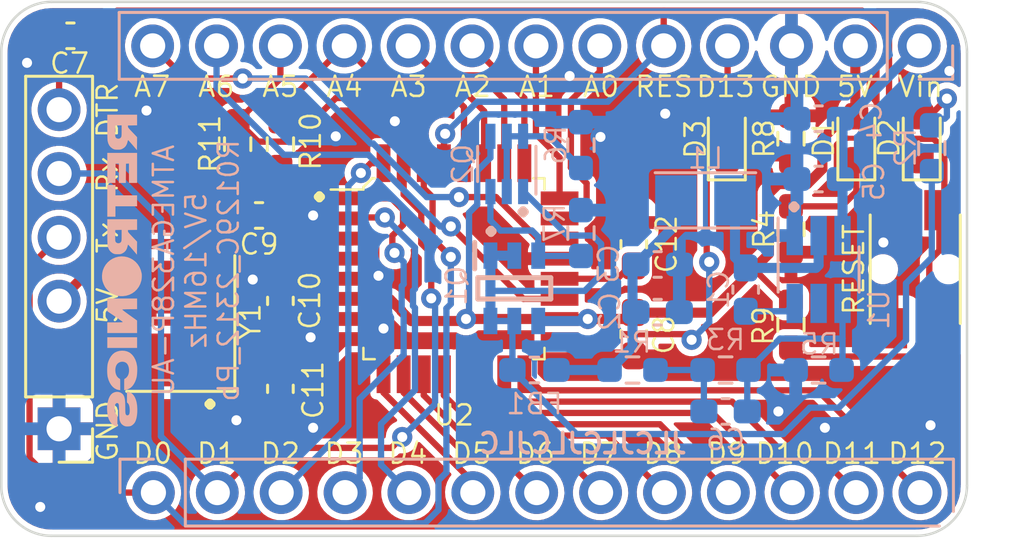
<source format=kicad_pcb>
(kicad_pcb (version 20211014) (generator pcbnew)
  (layers (0 "F.Cu" signal) (31 "B.Cu" signal) (34 "B.Paste" user) (35 "F.Paste" user) (36 "B.SilkS" user "B.Silkscreen") (37 "F.SilkS" user "F.Silkscreen") (38 "B.Mask" user) (39 "F.Mask" user) (44 "Edge.Cuts" user))
  (net 0 "")
  (net 1 "GND")
  (net 2 "Net-(C1-Pad1)")
  (net 3 "Net-(C1-Pad2)")
  (net 4 "VCC")
  (net 5 "Net-(C6-Pad1)")
  (net 6 "Net-(C7-Pad1)")
  (net 7 "RESET")
  (net 8 "Net-(C2-Pad2)")
  (net 9 "VDC")
  (net 10 "D0")
  (net 11 "D1")
  (net 12 "A0")
  (net 13 "A1")
  (net 14 "A2")
  (net 15 "A3")
  (net 16 "A4")
  (net 17 "A5")
  (net 18 "A6")
  (net 19 "A7")
  (net 20 "D2")
  (net 21 "D3")
  (net 22 "D4")
  (net 23 "D5")
  (net 24 "D6")
  (net 25 "D7")
  (net 26 "D8")
  (net 27 "D9")
  (net 28 "D10")
  (net 29 "D11")
  (net 30 "D12")
  (net 31 "D13")
  (net 32 "Net-(C6-Pad2)")
  (net 33 "Net-(C10-Pad1)")
  (net 34 "Net-(C11-Pad1)")
  (net 35 "Net-(C12-Pad2)")
  (net 36 "Net-(Q1-Pad3)")
  (net 37 "Net-(Q2-Pad2)")
  (net 39 "Net-(FB1-Pad2)")
  (net 40 "Net-(D3-Pad1)")
  (net 41 "Net-(D1-Pad1)")
  (net 42 "Net-(D2-Pad2)")
  (footprint "Resistor_SMD:R_0603_1608Metric_Pad0.98x0.95mm_HandSolder" (layer "F.Cu") (at 188.9 84.1 -90)
    (fp_text reference "R9")
    (fp_text value "10kΩ")
  )
  (footprint "Resistor_SMD:R_0603_1608Metric_Pad0.98x0.95mm_HandSolder" (layer "F.Cu") (at 188.9 76.6975 -90)
    (fp_text reference "R8")
    (fp_text value "560Ω")
  )
  (footprint "LED_SMD:LED_0603_1608Metric_Pad1.05x0.95mm_HandSolder" (layer "F.Cu") (at 191.5 76.675 90)
    (fp_text reference "D1")
    (fp_text value "\"Vcc\"")
  )
  (footprint "Capacitor_SMD:C_0603_1608Metric_Pad1.08x0.95mm_HandSolder" (layer "F.Cu") (at 168.6 83.15 90)
    (fp_text reference "C10")
    (fp_text value "22pF")
  )
  (footprint "Crystal:Crystal_SMD_SeikoEpson_TSX3225-4Pin_3.2x2.5mm_HandSoldering" (layer "F.Cu") (at 164.6375 84.05 90)
    (fp_text reference "Y1")
    (fp_text value "16MHz 16pF")
  )
  (footprint "Capacitor_SMD:C_0603_1608Metric_Pad1.08x0.95mm_HandSolder" (layer "F.Cu") (at 182.65 80.895 -90)
    (fp_text reference "C12")
    (fp_text value "100nF")
  )
  (footprint "Resistor_SMD:R_0603_1608Metric_Pad0.98x0.95mm_HandSolder" (layer "F.Cu") (at 166.9 76.9125 90)
    (fp_text reference "R11")
    (fp_text value "10kΩ")
  )
  (footprint "Capacitor_SMD:C_0603_1608Metric_Pad1.08x0.95mm_HandSolder" (layer "F.Cu") (at 160.25 72.6)
    (fp_text reference "C7")
    (fp_text value "10nF")
  )
  (footprint "myDevices:Tactile_sw_SMD_side_01" (layer "F.Cu") (at 194.0825 81.89 90)
    (fp_text reference "SW1" hide)
    (fp_text value "RESET")
  )
  (footprint "Capacitor_SMD:C_0603_1608Metric_Pad1.08x0.95mm_HandSolder" (layer "F.Cu") (at 168.6 86.65 -90)
    (fp_text reference "C11")
    (fp_text value "22pF")
  )
  (footprint "LED_SMD:LED_0603_1608Metric_Pad1.05x0.95mm_HandSolder" (layer "F.Cu") (at 194.1 76.675 90)
    (fp_text reference "D2")
    (fp_text value "\"Vin\"")
  )
  (footprint "Capacitor_SMD:C_0603_1608Metric_Pad1.08x0.95mm_HandSolder" (layer "F.Cu") (at 182.65 84.475 90)
    (fp_text reference "C8")
    (fp_text value "100nF")
  )
  (footprint "Connector_PinHeader_2.54mm:PinHeader_1x06_P2.54mm_Vertical" (layer "F.Cu") (at 159.8 88.24 180)
    (fp_text reference "J3" hide)
    (fp_text value "FTDI")
  )
  (footprint "Capacitor_SMD:C_0603_1608Metric_Pad1.08x0.95mm_HandSolder" (layer "F.Cu") (at 167.75 79.75)
    (fp_text reference "C9")
    (fp_text value "100nF")
  )
  (footprint "digikey-footprints:TQFP-32_7x7mm" (layer "F.Cu") (at 175.5 81.87)
    (fp_text reference "U2")
    (fp_text value "ATMEGA328P-AU")
  )
  (footprint "Resistor_SMD:R_0603_1608Metric_Pad0.98x0.95mm_HandSolder" (layer "F.Cu") (at 168.6 76.9125 -90)
    (fp_text reference "R10")
    (fp_text value "10kΩ")
  )
  (footprint "Resistor_SMD:R_0603_1608Metric_Pad0.98x0.95mm_HandSolder" (layer "F.Cu") (at 188.9 80.3 -90)
    (fp_text reference "R4")
    (fp_text value "560Ω")
  )
  (footprint "LED_SMD:LED_0603_1608Metric_Pad1.05x0.95mm_HandSolder" (layer "F.Cu") (at 186.35 76.675 90)
    (fp_text reference "D3")
    (fp_text value "\"D13\"")
  )
  (footprint "Resistor_SMD:R_0603_1608Metric_Pad0.98x0.95mm_HandSolder" (layer "B.Cu") (at 194.5 77.075 90)
    (fp_text reference "R2")
    (fp_text value "560Ω")
  )
  (footprint "Capacitor_SMD:C_0603_1608Metric_Pad1.08x0.95mm_HandSolder" (layer "B.Cu") (at 186.3 87.55 180)
    (fp_text reference "C6")
    (fp_text value "75pF")
  )
  (footprint "Resistor_SMD:R_0603_1608Metric_Pad0.98x0.95mm_HandSolder" (layer "B.Cu") (at 180.55 80.45 -90)
    (fp_text reference "R7")
    (fp_text value "10kΩ")
  )
  (footprint "Capacitor_SMD:C_0603_1608Metric_Pad1.08x0.95mm_HandSolder" (layer "B.Cu") (at 183.6 81.7 180)
    (fp_text reference "C3")
    (fp_text value "22µF 10V")
  )
  (footprint "Capacitor_SMD:C_0603_1608Metric_Pad1.08x0.95mm_HandSolder" (layer "B.Cu") (at 187.1 82.7 -90)
    (fp_text reference "C1")
    (fp_text value "100nF")
  )
  (footprint "SamacSys_Parts:SOT95P280X100-6N" (layer "B.Cu") (at 177.9 82.65 -90)
    (fp_text reference "Q1")
    (fp_text value "Si3493DDV" hide)
  )
  (footprint "Resistor_SMD:R_0603_1608Metric_Pad0.98x0.95mm_HandSolder" (layer "B.Cu") (at 190 85.9 180)
    (fp_text reference "R5")
    (fp_text value "13.3kΩ")
  )
  (footprint "Capacitor_SMD:C_0603_1608Metric_Pad1.08x0.95mm_HandSolder" (layer "B.Cu") (at 183.6 83.6 180)
    (fp_text reference "C2")
    (fp_text value "22µF 10V")
  )
  (footprint "Capacitor_SMD:C_0603_1608Metric_Pad1.08x0.95mm_HandSolder" (layer "B.Cu") (at 190 78.3)
    (fp_text reference "C5")
    (fp_text value "100nF")
  )
  (footprint "Capacitor_SMD:C_0603_1608Metric_Pad1.08x0.95mm_HandSolder" (layer "B.Cu") (at 190 75.9)
    (fp_text reference "C4")
    (fp_text value "10µF 35V")
  )
  (footprint "myDevices:SOT-363_SC-70-6-Handsoldering" (layer "B.Cu") (at 177.6 77.7 90)
    (fp_text reference "Q2")
    (fp_text value "BC857BS")
  )
  (footprint "Resistor_SMD:R_0603_1608Metric_Pad0.98x0.95mm_HandSolder" (layer "B.Cu") (at 182.6 85.9)
    (fp_text reference "R1")
    (fp_text value "49.9Ω")
  )
  (footprint "Resistor_SMD:R_0603_1608Metric_Pad0.98x0.95mm_HandSolder" (layer "B.Cu") (at 186.3 85.9)
    (fp_text reference "R3")
    (fp_text value "100kΩ")
  )
  (footprint "Inductor_SMD:L_Taiyo-Yuden_NR-20xx_HandSoldering" (layer "B.Cu") (at 185.5 79.15 180)
    (fp_text reference "L1")
    (fp_text value "10µH 1A")
  )
  (footprint "Graphics:retronics_logo_14mm" (layer "B.Cu") (at 162.275 81.946671 -90)
    (fp_text reference "G***" hide)
    (fp_text value "LOGO" hide)
  )
  (footprint "Resistor_SMD:R_0603_1608Metric_Pad0.98x0.95mm_HandSolder" (layer "B.Cu") (at 180.55 76.95 -90)
    (fp_text reference "R6")
    (fp_text value "10kΩ")
  )
  (footprint "Package_TO_SOT_SMD:SOT-23-6_Handsoldering" (layer "B.Cu") (at 190 81.9 -90)
    (fp_text reference "U1")
    (fp_text value "TPS54302")
  )
  (footprint "Inductor_SMD:L_0603_1608Metric_Pad1.05x0.95mm_HandSolder" (layer "B.Cu") (at 178.7 85.9 180)
    (fp_text reference "FB1")
    (fp_text value "FerriteBead_Small")
  )
  (footprint "Connector_PinHeader_2.54mm:PinHeader_1x13_P2.54mm_Vertical" (layer "B.Cu") (at 163.55 90.78 -90)
    (fp_text reference "J1" hide)
    (fp_text value "Pin header 1" hide)
  )
  (footprint "Connector_PinHeader_2.54mm:PinHeader_1x13_P2.54mm_Vertical" (layer "B.Cu") (at 194 73 90)
    (fp_text reference "J2" hide)
    (fp_text value "Pin header 2" hide)
  )
  (gr_arc (start 157.5 73.25) (mid 158.085786 71.835786) (end 159.5 71.25) (layer "Edge.Cuts") (width 0.1))
  (gr_line (start 159.5 92.5) (end 193.9 92.5) (layer "Edge.Cuts") (width 0.1))
  (gr_line (start 157.5 73.25) (end 157.5 90.5) (layer "Edge.Cuts") (width 0.1))
  (gr_line (start 193.9 71.25) (end 159.5 71.25) (layer "Edge.Cuts") (width 0.1))
  (gr_arc (start 193.9 71.25) (mid 195.314214 71.835786) (end 195.9 73.25) (layer "Edge.Cuts") (width 0.1))
  (gr_arc (start 195.9 90.5) (mid 195.314214 91.914214) (end 193.9 92.5) (layer "Edge.Cuts") (width 0.1))
  (gr_line (start 195.9 90.5) (end 195.9 73.25) (layer "Edge.Cuts") (width 0.1))
  (gr_arc (start 159.5 92.5) (mid 158.085786 91.914214) (end 157.5 90.5) (layer "Edge.Cuts") (width 0.1))
  (gr_text "." (at 178.25 79) (layer "B.SilkS") (effects (font (size 1.5 1.5) (thickness 0.3)) (justify mirror)))
  (gr_text "." (at 176.975 79.775) (layer "B.SilkS") (effects (font (size 1.5 1.5) (thickness 0.3)) (justify mirror)))
  (gr_text "." (at 189.025 78.8) (layer "B.SilkS") (effects (font (size 1.5 1.5) (thickness 0.3)) (justify mirror)))
  (gr_text "ATMEGA328P-AU\n5V/16MHz\nR0129C_2312_Pb" (at 165.25 81.943344 90) (layer "B.SilkS") (effects (font (size 0.8 0.8) (thickness 0.1)) (justify mirror)))
  (gr_text "JLCJLCJLCJLC" (at 180.625 88.825) (layer "B.SilkS") (effects (font (size 0.8 0.8)) (justify mirror)))
  (gr_text "Tx" (at 161.73 80.63 90) (layer "F.SilkS") (effects (font (size 0.8 0.8) (thickness 0.1))))
  (gr_text "." (at 170.15 78.4) (layer "F.SilkS") (effects (font (size 1.5 1.5) (thickness 0.3))))
  (gr_text "GND" (at 161.725 88.325 90) (layer "F.SilkS") (effects (font (size 0.8 0.8) (thickness 0.1))))
  (gr_text "D13" (at 186.3 74.625) (layer "F.SilkS") (effects (font (size 0.8 0.8) (thickness 0.1))))
  (gr_text "D4" (at 173.669444 89.225) (layer "F.SilkS") (effects (font (size 0.8 0.8) (thickness 0.1))))
  (gr_text "A6" (at 166.05 74.625) (layer "F.SilkS") (effects (font (size 0.8 0.8) (thickness 0.1))))
  (gr_text "A0" (at 181.35 74.625) (layer "F.SilkS") (effects (font (size 0.8 0.8) (thickness 0.1))))
  (gr_text "GND" (at 188.9 74.625) (layer "F.SilkS") (effects (font (size 0.8 0.8) (thickness 0.1))))
  (gr_text "A2" (at 176.25 74.625) (layer "F.SilkS") (effects (font (size 0.8 0.8) (thickness 0.1))))
  (gr_text "5V" (at 191.45 74.625) (layer "F.SilkS") (effects (font (size 0.8 0.8) (thickness 0.1))))
  (gr_text "Rx" (at 161.725 78.125 90) (layer "F.SilkS") (effects (font (size 0.8 0.8) (thickness 0.1))))
  (gr_text "A4" (at 171.15 74.625) (layer "F.SilkS") (effects (font (size 0.8 0.8) (thickness 0.1))))
  (gr_text "Vin" (at 194.05 74.625) (layer "F.SilkS") (effects (font (size 0.8 0.8) (thickness 0.1))))
  (gr_text "RES" (at 183.85 74.625) (layer "F.SilkS") (effects (font (size 0.8 0.8) (thickness 0.1))))
  (gr_text "D10" (at 188.65 89.225) (layer "F.SilkS") (effects (font (size 0.8 0.8) (thickness 0.1))))
  (gr_text "D7" (at 181.277777 89.225) (layer "F.SilkS") (effects (font (size 0.8 0.8) (thickness 0.1))))
  (gr_text "D12" (at 193.925 89.225) (layer "F.SilkS") (effects (font (size 0.8 0.8) (thickness 0.1))))
  (gr_text "5V" (at 161.73 83.34 90) (layer "F.SilkS") (effects (font (size 0.8 0.8) (thickness 0.1))))
  (gr_text "D0" (at 163.525 89.225) (layer "F.SilkS") (effects (font (size 0.8 0.8) (thickness 0.1))))
  (gr_text "A1" (at 178.8 74.625) (layer "F.SilkS") (effects (font (size 0.8 0.8) (thickness 0.1))))
  (gr_text "A5" (at 168.6 74.625) (layer "F.SilkS") (effects (font (size 0.8 0.8) (thickness 0.1))))
  (gr_text "A7" (at 163.5 74.625) (layer "F.SilkS") (effects (font (size 0.8 0.8) (thickness 0.1))))
  (gr_text "D1" (at 166.061111 89.225) (layer "F.SilkS") (effects (font (size 0.8 0.8) (thickness 0.1))))
  (gr_text "." (at 165.8 86.65) (layer "F.SilkS") (effects (font (size 1.5 1.5) (thickness 0.3))))
  (gr_text "RESET" (at 191.4 81.9 90) (layer "F.SilkS") (effects (font (size 0.8 0.8) (thickness 0.1))))
  (gr_text "DTR" (at 161.725 75.56 90) (layer "F.SilkS") (effects (font (size 0.8 0.8) (thickness 0.1))))
  (gr_text "D11" (at 191.325 89.225) (layer "F.SilkS") (effects (font (size 0.8 0.8) (thickness 0.1))))
  (gr_text "D2" (at 168.597222 89.225) (layer "F.SilkS") (effects (font (size 0.8 0.8) (thickness 0.1))))
  (gr_text "D5" (at 176.205555 89.225) (layer "F.SilkS") (effects (font (size 0.8 0.8) (thickness 0.1))))
  (gr_text "A3" (at 173.7 74.625) (layer "F.SilkS") (effects (font (size 0.8 0.8) (thickness 0.1))))
  (gr_text "D9" (at 186.35 89.225) (layer "F.SilkS") (effects (font (size 0.8 0.8) (thickness 0.1))))
  (gr_text "D6" (at 178.741666 89.225) (layer "F.SilkS") (effects (font (size 0.8 0.8) (thickness 0.1))))
  (gr_text "D8" (at 183.813888 89.225) (layer "F.SilkS") (effects (font (size 0.8 0.8) (thickness 0.1))))
  (gr_text "D3" (at 171.133333 89.225) (layer "F.SilkS") (effects (font (size 0.8 0.8) (thickness 0.1))))
  (segment (start 172.410451 80.780451) (end 172.410451 82.060451) (width 0.25) (layer "F.Cu") (net 1))
  (segment (start 169.9 80.2) (end 170.37 80.67) (width 0.4) (layer "F.Cu") (net 1))
  (segment (start 165.725 82.6) (end 167.2 82.6) (width 0.4) (layer "F.Cu") (net 1))
  (segment (start 172.3 80.67) (end 172.410451 80.780451) (width 0.25) (layer "F.Cu") (net 1))
  (segment (start 170.37 80.67) (end 171.3 80.67) (width 0.4) (layer "F.Cu") (net 1))
  (segment (start 172.38 82.27) (end 172.5 82.15) (width 0.4) (layer "F.Cu") (net 1))
  (segment (start 171.3 80.67) (end 172.3 80.67) (width 0.25) (layer "F.Cu") (net 1))
  (segment (start 172.410451 82.060451) (end 172.5 82.15) (width 0.25) (layer "F.Cu") (net 1))
  (segment (start 169.9 79.75) (end 169.9 80.2) (width 0.4) (layer "F.Cu") (net 1))
  (segment (start 171.3 82.27) (end 172.38 82.27) (width 0.4) (layer "F.Cu") (net 1))
  (segment (start 167.5125 82.2875) (end 167.5 82.3) (width 0.4) (layer "F.Cu") (net 1))
  (segment (start 168.6 82.2875) (end 167.5125 82.2875) (width 0.4) (layer "F.Cu") (net 1))
  (segment (start 167.2 82.6) (end 167.5 82.3) (width 0.4) (layer "F.Cu") (net 1))
  (via (at 180.1 74.2) (size 0.8) (drill 0.4) (layers "F.Cu" "B.Cu") (net 1))
  (via (at 183.9 75.7) (size 0.8) (drill 0.4) (layers "F.Cu" "B.Cu") (net 1))
  (via (at 166.85 87.9) (size 0.8) (drill 0.4) (layers "F.Cu" "B.Cu") (net 1))
  (via (at 169.8 84.6) (size 0.8) (drill 0.4) (layers "F.Cu" "B.Cu") (net 1))
  (via (at 167.5 82.3) (size 0.8) (drill 0.4) (layers "F.Cu" "B.Cu") (net 1))
  (via (at 172.7 84.25) (size 0.8) (drill 0.4) (layers "F.Cu" "B.Cu") (net 1))
  (via (at 173.15 76) (size 0.8) (drill 0.4) (layers "F.Cu" "B.Cu") (net 1))
  (via (at 172.5 82.15) (size 0.8) (drill 0.4) (layers "F.Cu" "B.Cu") (net 1))
  (via (at 170.8 76.6) (size 0.8) (drill 0.4) (layers "F.Cu" "B.Cu") (net 1))
  (via (at 159.05 91.35) (size 0.8) (drill 0.4) (layers "F.Cu" "B.Cu") (net 1))
  (via (at 181.325498 76.625) (size 0.8) (drill 0.4) (layers "F.Cu" "B.Cu") (net 1))
  (via (at 194.45 88.1) (size 0.8) (drill 0.4) (layers "F.Cu" "B.Cu") (net 1))
  (via (at 192.575 80.825) (size 0.8) (drill 0.4) (layers "F.Cu" "B.Cu") (net 1))
  (via (at 158.525 73.675) (size 0.8) (drill 0.4) (layers "F.Cu" "B.Cu") (net 1))
  (via (at 163.275 75.575) (size 0.8) (drill 0.4) (layers "F.Cu" "B.Cu") (net 1))
  (via (at 188.4 87.55) (size 0.8) (drill 0.4) (layers "F.Cu" "B.Cu") (net 1))
  (via (at 190.25 88.2) (size 0.8) (drill 0.4) (layers "F.Cu" "B.Cu") (net 1))
  (via (at 169.9 88.2) (size 0.8) (drill 0.4) (layers "F.Cu" "B.Cu") (net 1))
  (via (at 169.9 79.75) (size 0.8) (drill 0.4) (layers "F.Cu" "B.Cu") (net 1))
  (via (at 195.2 74) (size 0.8) (drill 0.4) (layers "F.Cu" "B.Cu") (net 1))
  (segment (start 190 81.73) (end 189.8925 81.8375) (width 0.4) (layer "B.Cu") (net 2))
  (segment (start 186.675 79.15) (end 186.675 81.4125) (width 0.4) (layer "B.Cu") (net 2))
  (segment (start 186.675 81.4125) (end 187.1 81.8375) (width 0.4) (layer "B.Cu") (net 2))
  (segment (start 190 80.55) (end 190 81.73) (width 0.4) (layer "B.Cu") (net 2))
  (segment (start 189.8925 81.8375) (end 187.1 81.8375) (width 0.4) (layer "B.Cu") (net 2))
  (segment (start 188.7375 83.5625) (end 189.05 83.25) (width 0.25) (layer "B.Cu") (net 3))
  (segment (start 187.1 83.5625) (end 188.7375 83.5625) (width 0.25) (layer "B.Cu") (net 3))
  (segment (start 173.8 83.95) (end 175.9 83.95) (width 0.4) (layer "F.Cu") (net 4))
  (segment (start 188.7375 83.1875) (end 187.425 81.875) (width 0.25) (layer "F.Cu") (net 4))
  (segment (start 171.319813 83.089813) (end 171.3 83.07) (width 0.4) (layer "F.Cu") (net 4))
  (segment (start 188.9 83.1875) (end 188.7375 83.1875) (width 0.25) (layer "F.Cu") (net 4))
  (segment (start 191.46 73) (end 191.46 75.39) (width 0.4) (layer "F.Cu") (net 4))
  (segment (start 185.6825 83.6175) (end 182.5 83.6175) (width 0.4) (layer "F.Cu") (net 4))
  (segment (start 170.27 83.07) (end 169.75 82.55) (width 0.4) (layer "F.Cu") (net 4))
  (segment (start 191.46 75.39) (end 190.15 76.7) (width 0.4) (layer "F.Cu") (net 4))
  (segment (start 180.82 83.87) (end 182.2475 83.87) (width 0.4) (layer "F.Cu") (net 4))
  (segment (start 173.410187 83.539813) (end 172.960187 83.089813) (width 0.4) (layer "F.Cu") (net 4))
  (segment (start 168.7125 79.85) (end 168.6125 79.75) (width 0.4) (layer "F.Cu") (net 4))
  (segment (start 168.7125 80.8875) (end 168.7125 79.85) (width 0.4) (layer "F.Cu") (net 4))
  (segment (start 182.2475 83.87) (end 182.5 83.6175) (width 0.4) (layer "F.Cu") (net 4))
  (segment (start 166.9 77.825) (end 168.6 77.825) (width 0.25) (layer "F.Cu") (net 4))
  (segment (start 190.15 77.9) (end 189.55 78.5) (width 0.4) (layer "F.Cu") (net 4))
  (segment (start 173.410187 83.560187) (end 173.410187 83.539813) (width 0.4) (layer "F.Cu") (net 4))
  (segment (start 190.15 76.7) (end 190.15 77.9) (width 0.4) (layer "F.Cu") (net 4))
  (segment (start 159.8 83.15) (end 159.8 83.16) (width 0.4) (layer "F.Cu") (net 4))
  (segment (start 189.55 78.5) (end 188.398439 78.5) (width 0.4) (layer "F.Cu") (net 4))
  (segment (start 168.7125 80.8875) (end 162.0625 80.8875) (width 0.4) (layer "F.Cu") (net 4))
  (segment (start 175.98 83.87) (end 179.7 83.87) (width 0.4) (layer "F.Cu") (net 4))
  (segment (start 173.410187 83.560187) (end 173.8 83.95) (width 0.4) (layer "F.Cu") (net 4))
  (segment (start 188.398439 78.5) (end 188.025 78.873439) (width 0.4) (layer "F.Cu") (net 4))
  (segment (start 169.1375 80.8875) (end 169.75 81.5) (width 0.4) (layer "F.Cu") (net 4))
  (segment (start 179.7 83.87) (end 180.82 83.87) (width 0.4) (layer "F.Cu") (net 4))
  (segment (start 168.6 79.7375) (end 168.6125 79.75) (width 0.25) (layer "F.Cu") (net 4))
  (segment (start 168.7125 80.8875) (end 169.1375 80.8875) (width 0.4) (layer "F.Cu") (net 4))
  (segment (start 169.78 81.47) (end 169.75 81.5) (width 0.4) (layer "F.Cu") (net 4))
  (segment (start 171.3 83.07) (end 170.27 83.07) (width 0.4) (layer "F.Cu") (net 4))
  (segment (start 168.6 77.825) (end 168.6 79.7375) (width 0.25) (layer "F.Cu") (net 4))
  (segment (start 188.025 81.275) (end 187.425 81.875) (width 0.4) (layer "F.Cu") (net 4))
  (segment (start 172.960187 83.089813) (end 171.319813 83.089813) (width 0.4) (layer "F.Cu") (net 4))
  (segment (start 162.0625 80.8875) (end 159.8 83.15) (width 0.4) (layer "F.Cu") (net 4))
  (segment (start 187.425 81.875) (end 185.6825 83.6175) (width 0.4) (layer "F.Cu") (net 4))
  (segment (start 169.75 82.55) (end 169.75 81.5) (width 0.4) (layer "F.Cu") (net 4))
  (segment (start 175.9 83.95) (end 175.98 83.87) (width 0.4) (layer "F.Cu") (net 4))
  (segment (start 188.025 78.873439) (end 188.025 81.275) (width 0.4) (layer "F.Cu") (net 4))
  (segment (start 171.3 81.47) (end 169.78 81.47) (width 0.4) (layer "F.Cu") (net 4))
  (via (at 175.98 83.87) (size 0.8) (drill 0.4) (layers "F.Cu" "B.Cu") (net 4))
  (via (at 180.82 83.87) (size 0.8) (drill 0.4) (layers "F.Cu" "B.Cu") (net 4))
  (segment (start 175.98 83.87) (end 176.1 83.75) (width 0.25) (layer "B.Cu") (net 4))
  (segment (start 176.425 79.319807) (end 176.425 77.975) (width 0.25) (layer "B.Cu") (net 4))
  (segment (start 180.74 83.95) (end 180.82 83.87) (width 0.4) (layer "B.Cu") (net 4))
  (segment (start 176.1 83.75) (end 176.1 79.644807) (width 0.25) (layer "B.Cu") (net 4))
  (segment (start 178.85 83.95) (end 180.74 83.95) (width 0.4) (layer "B.Cu") (net 4))
  (segment (start 176.95 77.45) (end 176.425 77.975) (width 0.25) (layer "B.Cu") (net 4))
  (segment (start 176.95 76.75) (end 176.95 77.45) (width 0.25) (layer "B.Cu") (net 4))
  (segment (start 176.1 79.644807) (end 176.425 79.319807) (width 0.25) (layer "B.Cu") (net 4))
  (segment (start 187.1625 85.95) (end 187.2125 85.9) (width 0.25) (layer "B.Cu") (net 5))
  (segment (start 190.95 84.65) (end 190.95 83.25) (width 0.25) (layer "B.Cu") (net 5))
  (segment (start 190.9125 85.9) (end 190.95 85.8625) (width 0.25) (layer "B.Cu") (net 5))
  (segment (start 188.4625 84.65) (end 190.95 84.65) (width 0.25) (layer "B.Cu") (net 5))
  (segment (start 187.2125 85.9) (end 188.4625 84.65) (width 0.25) (layer "B.Cu") (net 5))
  (segment (start 187.1625 87.55) (end 187.1625 85.95) (width 0.25) (layer "B.Cu") (net 5))
  (segment (start 190.95 85.8625) (end 190.95 84.65) (width 0.25) (layer "B.Cu") (net 5))
  (segment (start 159.8 73.0125) (end 159.3875 72.6) (width 0.25) (layer "F.Cu") (net 6))
  (segment (start 159.8 75.54) (end 159.8 73.0125) (width 0.25) (layer "F.Cu") (net 6))
  (segment (start 162.1125 71.6) (end 183.85 71.6) (width 0.25) (layer "F.Cu") (net 7))
  (segment (start 175.1 76.55) (end 175.15 76.5) (width 0.25) (layer "F.Cu") (net 7))
  (segment (start 194.570495 76.7) (end 195 77.129505) (width 0.25) (layer "F.Cu") (net 7))
  (segment (start 194.8025 81.1475) (end 194.4 81.55) (width 0.25) (layer "F.Cu") (net 7))
  (segment (start 183.85 71.6) (end 191.721701 71.6) (width 0.25) (layer "F.Cu") (net 7))
  (segment (start 195 79.343) (end 194.8025 79.5405) (width 0.25) (layer "F.Cu") (net 7))
  (segment (start 183.84 71.61) (end 183.85 71.6) (width 0.25) (layer "F.Cu") (net 7))
  (segment (start 191.721701 71.6) (end 192.8 72.678299) (width 0.25) (layer "F.Cu") (net 7))
  (segment (start 175.1 77.67) (end 175.1 76.55) (width 0.25) (layer "F.Cu") (net 7))
  (segment (start 192.8 75.870495) (end 193.629505 76.7) (width 0.25) (layer "F.Cu") (net 7))
  (segment (start 188.9 85.0125) (end 189.252 85.3645) (width 0.25) (layer "F.Cu") (net 7))
  (segment (start 194.8025 79.5405) (end 194.8025 81.1475) (width 0.25) (layer "F.Cu") (net 7))
  (segment (start 192.8 72.678299) (end 192.8 75.870495) (width 0.25) (layer "F.Cu") (net 7))
  (segment (start 194.4 83.837) (end 194.8025 84.2395) (width 0.25) (layer "F.Cu") (net 7))
  (segment (start 183.84 73) (end 183.84 71.61) (width 0.25) (layer "F.Cu") (net 7))
  (segment (start 195 77.129505) (end 195 79.343) (width 0.25) (layer "F.Cu") (net 7))
  (segment (start 194.4 81.55) (end 194.4 83.837) (width 0.25) (layer "F.Cu") (net 7))
  (segment (start 193.629505 76.7) (end 194.570495 76.7) (width 0.25) (layer "F.Cu") (net 7))
  (segment (start 161.1125 72.6) (end 162.1125 71.6) (width 0.25) (layer "F.Cu") (net 7))
  (segment (start 193.6775 85.3645) (end 194.8025 84.2395) (width 0.25) (layer "F.Cu") (net 7))
  (segment (start 189.252 85.3645) (end 193.6775 85.3645) (width 0.25) (layer "F.Cu") (net 7))
  (via (at 175.15 76.5) (size 0.8) (drill 0.4) (layers "F.Cu" "B.Cu") (net 7))
  (segment (start 176.425 75.225) (end 181.615 75.225) (width 0.25) (layer "B.Cu") (net 7))
  (segment (start 175.15 76.5) (end 176.425 75.225) (width 0.25) (layer "B.Cu") (net 7))
  (segment (start 181.615 75.225) (end 183.84 73) (width 0.25) (layer "B.Cu") (net 7))
  (segment (start 179.575 85.9) (end 181.6875 85.9) (width 0.4) (layer "B.Cu") (net 8))
  (segment (start 182.6 84.9875) (end 182.6 81.8375) (width 0.4) (layer "B.Cu") (net 8))
  (segment (start 182.6 84.9875) (end 181.6875 85.9) (width 0.4) (layer "B.Cu") (net 8))
  (segment (start 184.325 80.1125) (end 182.7375 81.7) (width 0.4) (layer "B.Cu") (net 8))
  (segment (start 184.325 79.15) (end 184.325 80.1125) (width 0.4) (layer "B.Cu") (net 8))
  (segment (start 182.6 81.8375) (end 182.7375 81.7) (width 0.4) (layer "B.Cu") (net 8))
  (segment (start 190.8625 75.9) (end 191.1 75.9) (width 0.4) (layer "B.Cu") (net 9))
  (segment (start 190.95 80.55) (end 190.95 75.9875) (width 0.4) (layer "B.Cu") (net 9))
  (segment (start 191.1 75.9) (end 194 73) (width 0.4) (layer "B.Cu") (net 9))
  (segment (start 190.95 75.9875) (end 190.8625 75.9) (width 0.4) (layer "B.Cu") (net 9))
  (segment (start 159.99 90.78) (end 163.55 90.78) (width 0.25) (layer "F.Cu") (net 10))
  (segment (start 174.6505 80.675) (end 174.6505 79.0205) (width 0.25) (layer "F.Cu") (net 10))
  (segment (start 174.6505 79.0205) (end 174.3 78.67) (width 0.25) (layer "F.Cu") (net 10))
  (segment (start 175.3755 81.4) (end 174.6505 80.675) (width 0.25) (layer "F.Cu") (net 10))
  (segment (start 159.8 80.62) (end 158.625 81.795) (width 0.25) (layer "F.Cu") (net 10))
  (segment (start 158.625 89.415) (end 159.99 90.78) (width 0.25) (layer "F.Cu") (net 10))
  (segment (start 174.3 78.67) (end 174.3 77.67) (width 0.25) (layer "F.Cu") (net 10))
  (segment (start 158.625 81.795) (end 158.625 89.415) (width 0.25) (layer "F.Cu") (net 10))
  (via (at 175.3755 81.4) (size 0.8) (drill 0.4) (layers "F.Cu" "B.Cu") (net 10))
  (segment (start 175.3755 83.2745) (end 175.2 83.45) (width 0.25) (layer "B.Cu") (net 10))
  (segment (start 175.3755 81.4) (end 175.3755 83.2745) (width 0.25) (layer "B.Cu") (net 10))
  (segment (start 164.77 92) (end 163.55 90.78) (width 0.25) (layer "B.Cu") (net 10))
  (segment (start 175.2 83.45) (end 175.2 89.978299) (width 0.25) (layer "B.Cu") (net 10))
  (segment (start 175.2 89.978299) (end 174.885 90.293299) (width 0.25) (layer "B.Cu") (net 10))
  (segment (start 174.35 92) (end 164.77 92) (width 0.25) (layer "B.Cu") (net 10))
  (segment (start 174.885 91.465) (end 174.35 92) (width 0.25) (layer "B.Cu") (net 10))
  (segment (start 174.885 90.293299) (end 174.885 91.465) (width 0.25) (layer "B.Cu") (net 10))
  (segment (start 173.01162 89) (end 173.443511 88.568109) (width 0.25) (layer "F.Cu") (net 11))
  (segment (start 170.9 89) (end 173.01162 89) (width 0.25) (layer "F.Cu") (net 11))
  (segment (start 174.59687 83.048583) (end 174.59687 81.257766) (width 0.25) (layer "F.Cu") (net 11))
  (segment (start 174.2005 79.618799) (end 173.5 78.918299) (width 0.25) (layer "F.Cu") (net 11))
  (segment (start 174.59687 81.257766) (end 174.2005 80.861396) (width 0.25) (layer "F.Cu") (net 11))
  (segment (start 166.09 90.78) (end 167.87 89) (width 0.25) (layer "F.Cu") (net 11))
  (segment (start 167.87 89) (end 170.9 89) (width 0.25) (layer "F.Cu") (net 11))
  (segment (start 173.5 78.918299) (end 173.5 77.67) (width 0.25) (layer "F.Cu") (net 11))
  (segment (start 174.2005 80.861396) (end 174.2005 79.618799) (width 0.25) (layer "F.Cu") (net 11))
  (via (at 173.443511 88.568109) (size 0.8) (drill 0.4) (layers "F.Cu" "B.Cu") (net 11))
  (via (at 174.59687 83.048583) (size 0.8) (drill 0.4) (layers "F.Cu" "B.Cu") (net 11))
  (segment (start 163.85 79.9) (end 162.03 78.08) (width 0.25) (layer "B.Cu") (net 11))
  (segment (start 162.03 78.08) (end 159.8 78.08) (width 0.25) (layer "B.Cu") (net 11))
  (segment (start 163.85 88.54) (end 163.85 79.9) (width 0.25) (layer "B.Cu") (net 11))
  (segment (start 174.75 87.26162) (end 173.443511 88.568109) (width 0.25) (layer "B.Cu") (net 11))
  (segment (start 174.75 83.201713) (end 174.75 87.26162) (width 0.25) (layer "B.Cu") (net 11))
  (segment (start 174.59687 83.048583) (end 174.75 83.201713) (width 0.25) (layer "B.Cu") (net 11))
  (segment (start 166.09 90.78) (end 163.85 88.54) (width 0.25) (layer "B.Cu") (net 11))
  (segment (start 180.15 77.845) (end 180.15 75.175305) (width 0.25) (layer "F.Cu") (net 12))
  (segment (start 181.3 74.025305) (end 181.3 73) (width 0.25) (layer "F.Cu") (net 12))
  (segment (start 180.775 78.47) (end 180.15 77.845) (width 0.25) (layer "F.Cu") (net 12))
  (segment (start 180.575 79.87) (end 180.775 79.67) (width 0.25) (layer "F.Cu") (net 12))
  (segment (start 180.775 79.67) (end 180.775 78.47) (width 0.25) (layer "F.Cu") (net 12))
  (segment (start 179.7 79.87) (end 180.575 79.87) (width 0.25) (layer "F.Cu") (net 12))
  (segment (start 180.15 75.175305) (end 181.3 74.025305) (width 0.25) (layer "F.Cu") (net 12))
  (segment (start 178.76 76.51) (end 179.7 77.45) (width 0.25) (layer "F.Cu") (net 13))
  (segment (start 178.76 73) (end 178.76 76.51) (width 0.25) (layer "F.Cu") (net 13))
  (segment (start 179.7 77.45) (end 179.7 79.07) (width 0.25) (layer "F.Cu") (net 13))
  (segment (start 176.22 73) (end 178.3 75.08) (width 0.25) (layer "F.Cu") (net 14))
  (segment (start 178.3 75.08) (end 178.3 77.67) (width 0.25) (layer "F.Cu") (net 14))
  (segment (start 176.545 74.175) (end 177.5 75.13) (width 0.25) (layer "F.Cu") (net 15))
  (segment (start 174.855 74.175) (end 176.545 74.175) (width 0.25) (layer "F.Cu") (net 15))
  (segment (start 177.5 75.13) (end 177.5 77.67) (width 0.25) (layer "F.Cu") (net 15))
  (segment (start 173.68 73) (end 174.855 74.175) (width 0.25) (layer "F.Cu") (net 15))
  (segment (start 171.14 73) (end 172.765 74.625) (width 0.25) (layer "F.Cu") (net 16))
  (segment (start 176.7 75.6) (end 176.7 77.67) (width 0.25) (layer "F.Cu") (net 16))
  (segment (start 168.6 75.54) (end 171.14 73) (width 0.25) (layer "F.Cu") (net 16))
  (segment (start 175.725 74.625) (end 176.7 75.6) (width 0.25) (layer "F.Cu") (net 16))
  (segment (start 168.6 76) (end 168.6 75.54) (width 0.25) (layer "F.Cu") (net 16))
  (segment (start 172.765 74.625) (end 175.725 74.625) (width 0.25) (layer "F.Cu") (net 16))
  (segment (start 167.7125 76.8125) (end 166.9 76) (width 0.25) (layer "F.Cu") (net 17))
  (segment (start 168.6 74.3) (end 166.9 76) (width 0.25) (layer "F.Cu") (net 17))
  (segment (start 175.538604 75.075) (end 170.807995 75.075) (width 0.25) (layer "F.Cu") (net 17))
  (segment (start 168.6 73) (end 168.6 74.3) (width 0.25) (layer "F.Cu") (net 17))
  (segment (start 170.807995 75.075) (end 169.070495 76.8125) (width 0.25) (layer "F.Cu") (net 17))
  (segment (start 175.9 77.67) (end 175.9 75.436396) (width 0.25) (layer "F.Cu") (net 17))
  (segment (start 175.9 75.436396) (end 175.538604 75.075) (width 0.25) (layer "F.Cu") (net 17))
  (segment (start 169.070495 76.8125) (end 167.7125 76.8125) (width 0.25) (layer "F.Cu") (net 17))
  (segment (start 178.259681 83.07) (end 179.7 83.07) (width 0.25) (layer "F.Cu") (net 18))
  (segment (start 175.3755 80.185819) (end 178.259681 83.07) (width 0.25) (layer "F.Cu") (net 18))
  (via (at 175.3755 80.185819) (size 0.8) (drill 0.4) (layers "F.Cu" "B.Cu") (net 18))
  (segment (start 172.100305 77.335) (end 168.735 77.335) (width 0.25) (layer "B.Cu") (net 18))
  (segment (start 175.3755 80.185819) (end 174.951124 80.185819) (width 0.25) (layer "B.Cu") (net 18))
  (segment (start 168.735 77.335) (end 166.06 74.66) (width 0.25) (layer "B.Cu") (net 18))
  (segment (start 174.951124 80.185819) (end 172.100305 77.335) (width 0.25) (layer "B.Cu") (net 18))
  (segment (start 166.06 74.66) (end 166.06 73) (width 0.25) (layer "B.Cu") (net 18))
  (segment (start 178.825 80.67) (end 179.7 80.67) (width 0.25) (layer "F.Cu") (net 19))
  (segment (start 164.82 74.3) (end 167.1 74.3) (width 0.25) (layer "F.Cu") (net 19))
  (segment (start 175.7 79.019502) (end 177.174502 79.019502) (width 0.25) (layer "F.Cu") (net 19))
  (segment (start 163.52 73) (end 164.82 74.3) (width 0.25) (layer "F.Cu") (net 19))
  (segment (start 177.174502 79.019502) (end 178.825 80.67) (width 0.25) (layer "F.Cu") (net 19))
  (via (at 175.7 79.019502) (size 0.8) (drill 0.4) (layers "F.Cu" "B.Cu") (net 19))
  (via (at 167.1 74.3) (size 0.8) (drill 0.4) (layers "F.Cu" "B.Cu") (net 19))
  (segment (start 174.421203 79.019502) (end 172.286701 76.885) (width 0.25) (layer "B.Cu") (net 19))
  (segment (start 169.6 74.3) (end 167.1 74.3) (width 0.25) (layer "B.Cu") (net 19))
  (segment (start 172.286701 76.885) (end 172.185 76.885) (width 0.25) (layer "B.Cu") (net 19))
  (segment (start 172.185 76.885) (end 169.6 74.3) (width 0.25) (layer "B.Cu") (net 19))
  (segment (start 175.7 79.019502) (end 174.421203 79.019502) (width 0.25) (layer "B.Cu") (net 19))
  (segment (start 172.19 77.67) (end 171.8 78.06) (width 0.25) (layer "F.Cu") (net 20))
  (segment (start 172.7 77.67) (end 172.19 77.67) (width 0.25) (layer "F.Cu") (net 20))
  (via (at 171.8 78.06) (size 0.8) (drill 0.4) (layers "F.Cu" "B.Cu") (net 20))
  (segment (start 168.63 90.78) (end 171.3 88.11) (width 0.25) (layer "B.Cu") (net 20))
  (segment (start 171.3 88.11) (end 171.3 78.56) (width 0.25) (layer "B.Cu") (net 20))
  (segment (start 171.3 78.56) (end 171.8 78.06) (width 0.25) (layer "B.Cu") (net 20))
  (segment (start 173.475 79.529695) (end 173.015305 79.07) (width 0.25) (layer "F.Cu") (net 21))
  (segment (start 173.475 80.130305) (end 173.475 79.529695) (width 0.25) (layer "F.Cu") (net 21))
  (segment (start 173.135451 81.240049) (end 173.050305 81.154903) (width 0.25) (layer "F.Cu") (net 21))
  (segment (start 173.050305 80.555) (end 173.475 80.130305) (width 0.25) (layer "F.Cu") (net 21))
  (segment (start 173.015305 79.07) (end 171.3 79.07) (width 0.25) (layer "F.Cu") (net 21))
  (segment (start 173.050305 81.154903) (end 173.050305 80.555) (width 0.25) (layer "F.Cu") (net 21))
  (via (at 173.135451 81.240049) (size 0.8) (drill 0.4) (layers "F.Cu" "B.Cu") (net 21))
  (segment (start 173.5 81.604598) (end 173.5 82.483752) (width 0.25) (layer "B.Cu") (net 21))
  (segment (start 173.5 83.613414) (end 173.5 85.3) (width 0.25) (layer "B.Cu") (net 21))
  (segment (start 171.75 90.2) (end 171.17 90.78) (width 0.25) (layer "B.Cu") (net 21))
  (segment (start 173.42187 83.535284) (end 173.5 83.613414) (width 0.25) (layer "B.Cu") (net 21))
  (segment (start 171.75 87.05) (end 171.75 90.2) (width 0.25) (layer "B.Cu") (net 21))
  (segment (start 173.5 82.483752) (end 173.42187 82.561882) (width 0.25) (layer "B.Cu") (net 21))
  (segment (start 173.42187 82.561882) (end 173.42187 83.535284) (width 0.25) (layer "B.Cu") (net 21))
  (segment (start 173.5 85.3) (end 171.75 87.05) (width 0.25) (layer "B.Cu") (net 21))
  (segment (start 173.135451 81.240049) (end 173.5 81.604598) (width 0.25) (layer "B.Cu") (net 21))
  (segment (start 172.75 79.83) (end 171.34 79.83) (width 0.25) (layer "F.Cu") (net 22))
  (segment (start 171.34 79.83) (end 171.3 79.87) (width 0.25) (layer "F.Cu") (net 22))
  (via (at 172.75 79.83) (size 0.8) (drill 0.4) (layers "F.Cu" "B.Cu") (net 22))
  (segment (start 172.6 88.05) (end 172.6 89.67) (width 0.25) (layer "B.Cu") (net 22))
  (segment (start 173.87187 83.348888) (end 173.95 83.427018) (width 0.25) (layer "B.Cu") (net 22))
  (segment (start 172.75 79.83) (end 173.95 81.03) (width 0.25) (layer "B.Cu") (net 22))
  (segment (start 173.95 82.670148) (end 173.87187 82.748278) (width 0.25) (layer "B.Cu") (net 22))
  (segment (start 173.95 83.427018) (end 173.95 86.7) (width 0.25) (layer "B.Cu") (net 22))
  (segment (start 173.95 86.7) (end 172.6 88.05) (width 0.25) (layer "B.Cu") (net 22))
  (segment (start 172.6 89.67) (end 173.71 90.78) (width 0.25) (layer "B.Cu") (net 22))
  (segment (start 173.95 81.03) (end 173.95 82.670148) (width 0.25) (layer "B.Cu") (net 22))
  (segment (start 173.87187 82.748278) (end 173.87187 83.348888) (width 0.25) (layer "B.Cu") (net 22))
  (segment (start 176.25 90.35) (end 176.25 90.78) (width 0.25) (layer "F.Cu") (net 23))
  (segment (start 172.7 86.07) (end 172.7 86.8) (width 0.25) (layer "F.Cu") (net 23))
  (segment (start 172.7 86.8) (end 176.25 90.35) (width 0.25) (layer "F.Cu") (net 23))
  (segment (start 177.42 89.41) (end 178.79 90.78) (width 0.25) (layer "F.Cu") (net 24))
  (segment (start 176.11 89.41) (end 177.42 89.41) (width 0.25) (layer "F.Cu") (net 24))
  (segment (start 173.5 86.8) (end 176.11 89.41) (width 0.25) (layer "F.Cu") (net 24))
  (segment (start 173.5 86.07) (end 173.5 86.8) (width 0.25) (layer "F.Cu") (net 24))
  (segment (start 174.3 86.906396) (end 176.353604 88.96) (width 0.25) (layer "F.Cu") (net 25))
  (segment (start 176.353604 88.96) (end 179.51 88.96) (width 0.25) (layer "F.Cu") (net 25))
  (segment (start 179.51 88.96) (end 181.33 90.78) (width 0.25) (layer "F.Cu") (net 25))
  (segment (start 174.3 86.07) (end 174.3 86.906396) (width 0.25) (layer "F.Cu") (net 25))
  (segment (start 175.1 86.906396) (end 176.703604 88.51) (width 0.25) (layer "F.Cu") (net 26))
  (segment (start 181.6 88.51) (end 183.87 90.78) (width 0.25) (layer "F.Cu") (net 26))
  (segment (start 175.1 86.07) (end 175.1 86.906396) (width 0.25) (layer "F.Cu") (net 26))
  (segment (start 176.703604 88.51) (end 181.6 88.51) (width 0.25) (layer "F.Cu") (net 26))
  (segment (start 177.053604 88.06) (end 183.69 88.06) (width 0.25) (layer "F.Cu") (net 27))
  (segment (start 175.9 86.07) (end 175.9 86.906396) (width 0.25) (layer "F.Cu") (net 27))
  (segment (start 175.9 86.906396) (end 177.053604 88.06) (width 0.25) (layer "F.Cu") (net 27))
  (segment (start 183.69 88.06) (end 186.41 90.78) (width 0.25) (layer "F.Cu") (net 27))
  (segment (start 176.7 86.07) (end 176.7 86.906396) (width 0.25) (layer "F.Cu") (net 28))
  (segment (start 185.78 87.61) (end 188.95 90.78) (width 0.25) (layer "F.Cu") (net 28))
  (segment (start 177.403604 87.61) (end 185.78 87.61) (width 0.25) (layer "F.Cu") (net 28))
  (segment (start 176.7 86.906396) (end 177.403604 87.61) (width 0.25) (layer "F.Cu") (net 28))
  (segment (start 190.06 89.35) (end 191.49 90.78) (width 0.25) (layer "F.Cu") (net 29))
  (segment (start 177.5 86.07) (end 177.5 87.07) (width 0.25) (layer "F.Cu") (net 29))
  (segment (start 177.5 87.07) (end 177.59 87.16) (width 0.25) (layer "F.Cu") (net 29))
  (segment (start 188.75 89.35) (end 190.06 89.35) (width 0.25) (layer "F.Cu") (net 29))
  (segment (start 186.56 87.16) (end 188.75 89.35) (width 0.25) (layer "F.Cu") (net 29))
  (segment (start 177.59 87.16) (end 186.56 87.16) (width 0.25) (layer "F.Cu") (net 29))
  (segment (start 178.94 86.71) (end 189.96 86.71) (width 0.25) (layer "F.Cu") (net 30))
  (segment (start 178.3 86.07) (end 178.94 86.71) (width 0.25) (layer "F.Cu") (net 30))
  (segment (start 189.96 86.71) (end 194.03 90.78) (width 0.25) (layer "F.Cu") (net 30))
  (segment (start 185.65 81.6) (end 185.55 81.5) (width 0.25) (layer "F.Cu") (net 31))
  (segment (start 182.125 84.475) (end 184.725 84.475) (width 0.25) (layer "F.Cu") (net 31))
  (segment (start 186.38 75.695) (end 186.38 73) (width 0.25) (layer "F.Cu") (net 31))
  (segment (start 179.7 84.67) (end 181.93 84.67) (width 0.25) (layer "F.Cu") (net 31))
  (segment (start 185.55 81.5) (end 185.55 76.525) (width 0.25) (layer "F.Cu") (net 31))
  (segment (start 185.55 76.525) (end 186.38 75.695) (width 0.25) (layer "F.Cu") (net 31))
  (segment (start 181.93 84.67) (end 182.125 84.475) (width 0.25) (layer "F.Cu") (net 31))
  (segment (start 184.725 84.475) (end 184.95 84.7) (width 0.25) (layer "F.Cu") (net 31))
  (via (at 185.65 81.6) (size 0.8) (drill 0.4) (layers "F.Cu" "B.Cu") (net 31))
  (via (at 184.95 84.7) (size 0.8) (drill 0.4) (layers "F.Cu" "B.Cu") (net 31))
  (segment (start 185.65 81.6) (end 185.65 84) (width 0.25) (layer "B.Cu") (net 31))
  (segment (start 185.65 84) (end 184.95 84.7) (width 0.25) (layer "B.Cu") (net 31))
  (segment (start 183.5125 85.9) (end 185.3875 85.9) (width 0.25) (layer "B.Cu") (net 32))
  (segment (start 185.4375 87.55) (end 185.4375 85.95) (width 0.25) (layer "B.Cu") (net 32))
  (segment (start 185.4375 85.95) (end 185.3875 85.9) (width 0.25) (layer "B.Cu") (net 32))
  (segment (start 163.6625 84.0125) (end 168.6 84.0125) (width 0.25) (layer "F.Cu") (net 33))
  (segment (start 163.55 83.9) (end 163.6625 84.0125) (width 0.25) (layer "F.Cu") (net 33))
  (segment (start 168.7425 83.87) (end 171.3 83.87) (width 0.25) (layer "F.Cu") (net 33))
  (segment (start 163.55 82.6) (end 163.55 83.9) (width 0.25) (layer "F.Cu") (net 33))
  (segment (start 168.6 84.0125) (end 168.7425 83.87) (width 0.25) (layer "F.Cu") (net 33))
  (segment (start 170.47 85.5) (end 171.3 84.67) (width 0.25) (layer "F.Cu") (net 34))
  (segment (start 165.725 85.5) (end 170.47 85.5) (width 0.25) (layer "F.Cu") (net 34))
  (segment (start 181.9925 82.27) (end 182.5 81.7625) (width 0.25) (layer "F.Cu") (net 35))
  (segment (start 179.7 82.27) (end 181.9925 82.27) (width 0.25) (layer "F.Cu") (net 35))
  (segment (start 176.95 79.03) (end 176.95 79.95) (width 0.25) (layer "B.Cu") (net 36))
  (segment (start 176.95 79.95) (end 177.35 80.35) (width 0.25) (layer "B.Cu") (net 36))
  (segment (start 180.55 81.3625) (end 178.8625 81.3625) (width 0.25) (layer "B.Cu") (net 36))
  (segment (start 178.6 80.35) (end 178.85 80.6) (width 0.25) (layer "B.Cu") (net 36))
  (segment (start 177.35 80.35) (end 178.6 80.35) (width 0.25) (layer "B.Cu") (net 36))
  (segment (start 178.85 80.6) (end 178.85 81.35) (width 0.25) (layer "B.Cu") (net 36))
  (segment (start 177.6 76.6) (end 178.25 76.6) (width 0.25) (layer "B.Cu") (net 37))
  (segment (start 179.2875 76.6) (end 180.55 77.8625) (width 0.25) (layer "B.Cu") (net 37))
  (segment (start 178.25 76.6) (end 179.2875 76.6) (width 0.25) (layer "B.Cu") (net 37))
  (segment (start 177.6 78.8) (end 177.6 76.6) (width 0.25) (layer "B.Cu") (net 37))
  (segment (start 189.65 87.4) (end 189.1 87.95) (width 0.25) (layer "B.Cu") (net 39))
  (segment (start 193.475 84.726561) (end 190.801561 87.4) (width 0.25) (layer "B.Cu") (net 39))
  (segment (start 194.5 77.9875) (end 194.5 81.425) (width 0.25) (layer "B.Cu") (net 39))
  (segment (start 181.35 82.1) (end 180.7 82.75) (width 0.25) (layer "B.Cu") (net 39))
  (segment (start 177.825 85.9) (end 180.375 88.45) (width 0.25) (layer "B.Cu") (net 39))
  (segment (start 180.7 82.75) (end 176.95 82.75) (width 0.25) (layer "B.Cu") (net 39))
  (segment (start 180.375 88.45) (end 188.6 88.45) (width 0.25) (layer "B.Cu") (net 39))
  (segment (start 193.475 82.45) (end 193.475 84.726561) (width 0.25) (layer "B.Cu") (net 39))
  (segment (start 177.825 84.025) (end 177.9 83.95) (width 0.25) (layer "B.Cu") (net 39))
  (segment (start 176.95 83.95) (end 176.95 82.75) (width 0.4) (layer "B.Cu") (net 39))
  (segment (start 188.6 88.45) (end 189.1 87.95) (width 0.25) (layer "B.Cu") (net 39))
  (segment (start 194.5 81.425) (end 193.475 82.45) (width 0.25) (layer "B.Cu") (net 39))
  (segment (start 180.049753 80.579753) (end 180.079505 80.55) (width 0.25) (layer "B.Cu") (net 39))
  (segment (start 176.95 82.75) (end 176.95 81.35) (width 0.4) (layer "B.Cu") (net 39))
  (segment (start 177.825 85.9) (end 177.825 84.025) (width 0.25) (layer "B.Cu") (net 39))
  (segment (start 181.35 80.879505) (end 181.35 82.1) (width 0.25) (layer "B.Cu") (net 39))
  (segment (start 180.079505 80.55) (end 181.020495 80.55) (width 0.25) (layer "B.Cu") (net 39))
  (segment (start 176.95 81.35) (end 177.9 81.35) (width 0.4) (layer "B.Cu") (net 39))
  (segment (start 177.9 83.95) (end 176.95 83.95) (width 0.25) (layer "B.Cu") (net 39))
  (segment (start 190.801561 87.4) (end 189.65 87.4) (width 0.25) (layer "B.Cu") (net 39))
  (segment (start 178.25 78.78) (end 180.049753 80.579753) (width 0.25) (layer "B.Cu") (net 39))
  (segment (start 181.020495 80.55) (end 181.35 80.879505) (width 0.25) (layer "B.Cu") (net 39))
  (segment (start 188.8625 77.475) (end 188.9 77.5125) (width 0.25) (layer "F.Cu") (net 40))
  (segment (start 186.35 77.475) (end 188.8625 77.475) (width 0.25) (layer "F.Cu") (net 40))
  (segment (start 190.9125 79.3875) (end 191.5 78.8) (width 0.25) (layer "F.Cu") (net 41))
  (segment (start 191.5 78.8) (end 191.5 77.475) (width 0.25) (layer "F.Cu") (net 41))
  (segment (start 188.9 79.3875) (end 190.9125 79.3875) (width 0.25) (layer "F.Cu") (net 41))
  (segment (start 194.4 75.8) (end 195.1 75.1) (width 0.25) (layer "F.Cu") (net 42))
  (segment (start 194.1 75.8) (end 194.4 75.8) (width 0.25) (layer "F.Cu") (net 42))
  (via (at 195.1 75.1) (size 0.8) (drill 0.4) (layers "F.Cu" "B.Cu") (net 42))
  (segment (start 195.1 75.8125) (end 195.0125 75.9) (width 0.25) (layer "B.Cu") (net 42))
  (segment (start 195.1 75.1) (end 195.1 75.8125) (width 0.25) (layer "B.Cu") (net 42))
  (zone (net 1) (net_name "GND") (layers F&B.Cu) (connect_pads (clearance 0.25)) (min_thickness 0.127) (fill yes (thermal_gap 0.508) (thermal_bridge_width 0.508))
    (polygon (pts (xy 195.75 92.6) (xy 157.5 92.75) (xy 157.5 71.25) (xy 195.75 71.25)))
  )
)
</source>
